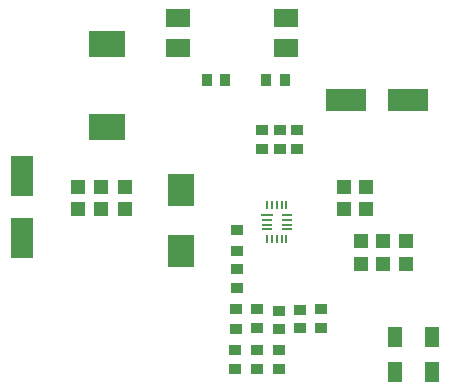
<source format=gtp>
G04*
G04 #@! TF.GenerationSoftware,Altium Limited,Altium Designer,24.5.2 (23)*
G04*
G04 Layer_Color=8421504*
%FSLAX44Y44*%
%MOMM*%
G71*
G04*
G04 #@! TF.SameCoordinates,7688A6CE-4724-4EBB-A06F-6B4FEE905E02*
G04*
G04*
G04 #@! TF.FilePolarity,Positive*
G04*
G01*
G75*
%ADD18R,1.0000X0.9000*%
%ADD19R,1.1500X1.7000*%
%ADD20R,1.0200X0.9400*%
%ADD21R,1.3000X1.2000*%
%ADD22R,3.5000X1.8500*%
%ADD23R,2.1000X1.5000*%
%ADD24R,0.2000X0.7000*%
%ADD25R,0.9000X0.2000*%
%ADD26R,1.0000X0.2000*%
%ADD27R,0.9400X1.0200*%
%ADD28R,2.2000X2.7000*%
%ADD29R,3.1000X2.2000*%
%ADD30R,1.8500X3.5000*%
D18*
X302000Y137500D02*
D03*
Y120500D02*
D03*
X301773Y71400D02*
D03*
Y54400D02*
D03*
D19*
X467750Y47000D02*
D03*
X436250D02*
D03*
X467750Y18000D02*
D03*
X436250D02*
D03*
D20*
X373676Y70800D02*
D03*
Y55000D02*
D03*
X319129Y20247D02*
D03*
Y36047D02*
D03*
Y55000D02*
D03*
Y70800D02*
D03*
X323648Y222453D02*
D03*
Y206653D02*
D03*
X337564Y69697D02*
D03*
Y53897D02*
D03*
X353485Y222453D02*
D03*
Y206653D02*
D03*
X338517Y222453D02*
D03*
Y206653D02*
D03*
X355943Y54600D02*
D03*
Y70400D02*
D03*
X337564Y36047D02*
D03*
Y20247D02*
D03*
X301048Y20247D02*
D03*
Y36047D02*
D03*
X302000Y104900D02*
D03*
Y89100D02*
D03*
D21*
X411152Y155500D02*
D03*
Y174500D02*
D03*
X187500Y155500D02*
D03*
Y174500D02*
D03*
X393298Y174500D02*
D03*
Y155500D02*
D03*
X445147Y109500D02*
D03*
Y128500D02*
D03*
X426107Y109500D02*
D03*
Y128500D02*
D03*
X407000Y109500D02*
D03*
Y128500D02*
D03*
X207500Y155500D02*
D03*
Y174500D02*
D03*
X167500Y155500D02*
D03*
Y174500D02*
D03*
D22*
X447500Y248000D02*
D03*
X394500D02*
D03*
D23*
X343500Y317500D02*
D03*
Y292100D02*
D03*
X252500D02*
D03*
Y317500D02*
D03*
D24*
X328148Y159053D02*
D03*
X332148D02*
D03*
X336148D02*
D03*
X340148D02*
D03*
X344148D02*
D03*
Y130053D02*
D03*
X340148D02*
D03*
X336148D02*
D03*
X332148D02*
D03*
X328148D02*
D03*
D25*
X344648Y150553D02*
D03*
Y146553D02*
D03*
Y142553D02*
D03*
Y138553D02*
D03*
X327648D02*
D03*
Y142553D02*
D03*
Y146553D02*
D03*
D26*
X328148Y150553D02*
D03*
D27*
X292500Y265000D02*
D03*
X276700D02*
D03*
X342900D02*
D03*
X327100D02*
D03*
D28*
X255008Y171557D02*
D03*
Y120557D02*
D03*
D29*
X192500Y225000D02*
D03*
Y295000D02*
D03*
D30*
X120000Y184000D02*
D03*
Y131000D02*
D03*
M02*

</source>
